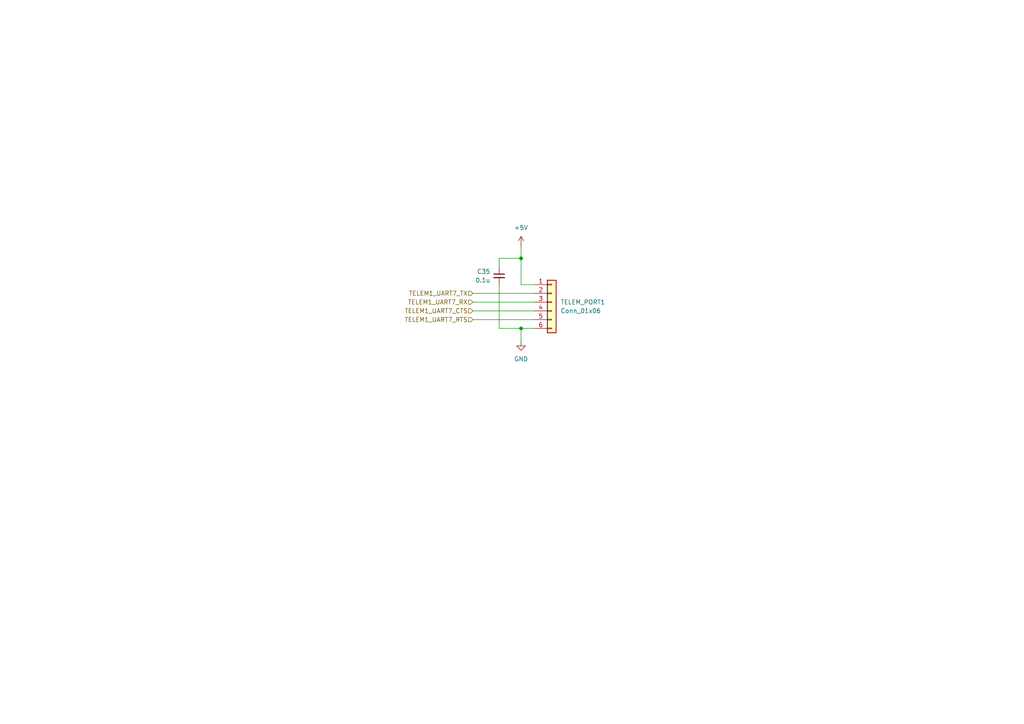
<source format=kicad_sch>
(kicad_sch (version 20231120) (generator "eeschema") (generator_version "8.0")
  (paper "A4")
  (lib_symbols
    (symbol "Connector_Generic:Conn_01x06" (pin_names (offset 1.016) hide)
      (property "Reference" "J" (at 0 7.62 0))
      (property "Value" "Conn_01x06" (at 0 -10.16 0))
      (symbol "Conn_01x06_1_1"
        (rectangle (start -1.27 -7.493) (end 0 -7.747) (stroke (width 0.1524)))
        (rectangle (start -1.27 -4.953) (end 0 -5.207) (stroke (width 0.1524)))
        (rectangle (start -1.27 -2.413) (end 0 -2.667) (stroke (width 0.1524)))
        (rectangle (start -1.27 0.127) (end 0 -0.127) (stroke (width 0.1524)))
        (rectangle (start -1.27 2.667) (end 0 2.413) (stroke (width 0.1524)))
        (rectangle (start -1.27 5.207) (end 0 4.953) (stroke (width 0.1524)))
        (rectangle (start -1.27 6.35) (end 1.27 -8.89) (stroke (width 0.254)) (fill (type background)))
        (pin passive line (at -5.08 5.08 0) (length 3.81) (name "Pin_1") (number "1"))
        (pin passive line (at -5.08 2.54 0) (length 3.81) (name "Pin_2") (number "2"))
        (pin passive line (at -5.08 0 0) (length 3.81) (name "Pin_3") (number "3"))
        (pin passive line (at -5.08 -2.54 0) (length 3.81) (name "Pin_4") (number "4"))
        (pin passive line (at -5.08 -5.08 0) (length 3.81) (name "Pin_5") (number "5"))
        (pin passive line (at -5.08 -7.62 0) (length 3.81) (name "Pin_6") (number "6"))
      )
    )
    (symbol "Device:C_Small" (pin_numbers hide) (pin_names (offset 0.254) hide)
      (property "Reference" "C" (at 0.254 1.778 0))
      (property "Value" "C_Small" (at 0.254 -2.032 0))
      (symbol "C_Small_0_1"
        (polyline (pts (xy -1.524 -0.508) (xy 1.524 -0.508)) (stroke (width 0.3302)))
        (polyline (pts (xy -1.524 0.508) (xy 1.524 0.508)) (stroke (width 0.3048)))
      )
      (symbol "C_Small_1_1"
        (pin passive line (at 0 2.54 270) (length 2.032) (name "~") (number "1"))
        (pin passive line (at 0 -2.54 90) (length 2.032) (name "~") (number "2"))
      )
    )
    (symbol "power:+5V" (power) (pin_numbers hide) (pin_names (offset 0) hide)
      (property "Value" "+5V" (at 0 3.556 0))
      (symbol "+5V_0_1"
        (polyline (pts (xy -0.762 1.27) (xy 0 2.54)))
        (polyline (pts (xy 0 0) (xy 0 2.54)))
        (polyline (pts (xy 0 2.54) (xy 0.762 1.27)))
      )
      (symbol "+5V_1_1"
        (pin power_in line (at 0 0 90) (length 0) (name "~") (number "1"))
      )
    )
    (symbol "power:GND" (power) (pin_numbers hide) (pin_names (offset 0) hide)
      (property "Value" "GND" (at 0 -3.81 0))
      (symbol "GND_0_1"
        (polyline (pts (xy 0 0) (xy 0 -1.27) (xy 1.27 -1.27) (xy 0 -2.54) (xy -1.27 -1.27) (xy 0 -1.27)))
      )
      (symbol "GND_1_1"
        (pin power_in line (at 0 0 270) (length 0) (name "~") (number "1"))
      )
    )
  )
  (junction (at 151.13 95.25))
  (junction (at 151.13 74.93))
  (wire (pts (xy 137.16 90.17) (xy 154.94 90.17)))
  (wire (pts (xy 137.16 92.71) (xy 154.94 92.71)))
  (wire (pts (xy 151.13 71.12) (xy 151.13 74.93)))
  (wire (pts (xy 144.78 77.47) (xy 144.78 74.93)))
  (wire (pts (xy 151.13 82.55) (xy 154.94 82.55)))
  (wire (pts (xy 144.78 95.25) (xy 151.13 95.25)))
  (wire (pts (xy 137.16 87.63) (xy 154.94 87.63)))
  (wire (pts (xy 151.13 95.25) (xy 154.94 95.25)))
  (wire (pts (xy 144.78 74.93) (xy 151.13 74.93)))
  (wire (pts (xy 137.16 85.09) (xy 154.94 85.09)))
  (wire (pts (xy 151.13 74.93) (xy 151.13 82.55)))
  (wire (pts (xy 151.13 99.06) (xy 151.13 95.25)))
  (wire (pts (xy 144.78 82.55) (xy 144.78 95.25)))
  (hierarchical_label "TELEM1_UART7_TX" (shape input) (at 137.16 85.09 180))
  (hierarchical_label "TELEM1_UART7_RTS" (shape input) (at 137.16 92.71 180))
  (hierarchical_label "TELEM1_UART7_RX" (shape input) (at 137.16 87.63 180))
  (hierarchical_label "TELEM1_UART7_CTS" (shape input) (at 137.16 90.17 180))
  (symbol (lib_id "power:+5V") (at 151.13 71.12 0) (unit 1)
    (property "Reference" "#PWR070" (effects (hide yes)))
    (property "Value" "+5V" (at 151.13 66.04 0))
    (property "Description" "Power symbol creates a global label with name \"+5V\"" (effects (hide yes)))
  )
  (symbol (lib_id "Device:C_Small") (at 144.78 80.01 0) (unit 1)
    (property "Reference" "C35" (at 142.24 78.7462 0) (effects (justify right)))
    (property "Value" "0.1u" (at 142.24 81.2862 0) (effects (justify right)))
    (property "Footprint" "Capacitor_SMD:C_0402_1005Metric_Pad0.74x0.62mm_HandSolder" (effects (hide yes)))
    (property "Description" "Unpolarized capacitor, small symbol" (effects (hide yes)))
  )
  (symbol (lib_id "Connector_Generic:Conn_01x06") (at 160.02 87.63 0) (unit 1)
    (property "Reference" "TELEM_PORT1" (at 162.56 87.6299 0) (effects (justify left)))
    (property "Value" "Conn_01x06" (at 162.56 90.1699 0) (effects (justify left)))
    (property "Footprint" "Connector_JST:JST_GH_BM06B-GHS-TBT_1x06-1MP_P1.25mm_Vertical" (effects (hide yes)))
    (property "Description" "Generic connector, single row, 01x06, script generated (kicad-library-utils/schlib/autogen/connector/)" (effects (hide yes)))
  )
  (symbol (lib_id "power:GND") (at 151.13 99.06 0) (unit 1)
    (property "Reference" "#PWR071" (effects (hide yes)))
    (property "Value" "GND" (at 151.13 104.14 0))
    (property "Description" "Power symbol creates a global label with name \"GND\" , ground" (effects (hide yes)))
  )
)
</source>
